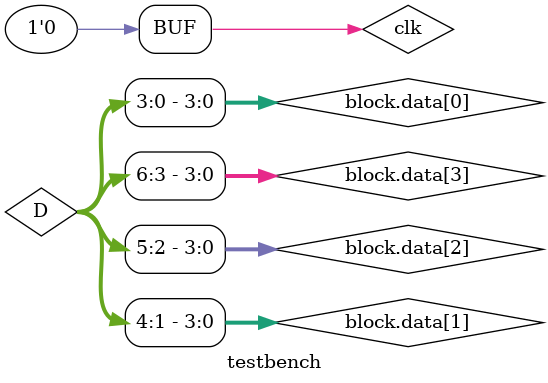
<source format=v>
`timescale 1ns/1ps

module testbench;
    reg clk;

    initial begin
       // $dumpfile("testbench.vcd");
       // $dumpvars(0, testbench);

        #0 clk = 0;
        repeat (10000) begin
            #5 clk = 1;
            #5 clk = 0;
        end

        $display("OKAY");
    end

    reg [6:0] D = 0;
    reg [1:0] S = 0;
    wire [1:0] Y;
	reg [1:0] Y_p;

    always @(posedge clk)
    begin
		D = D + 3;
		S = S + 1;
    end

    always @* begin : block
		reg [3:0] data [0:3];
		data[0] = D[3:0];
		data[1] = D[4:1];
		data[2] = D[5:2];
		data[3] = D[6:3];
		Y_p = data[S];
	end

    top uut(D,S,Y);

    assert_dff check_Y0 (clk,Y[0],Y_p[0]);
    assert_dff check_Y1 (clk,Y[1],Y_p[1]);

endmodule

</source>
